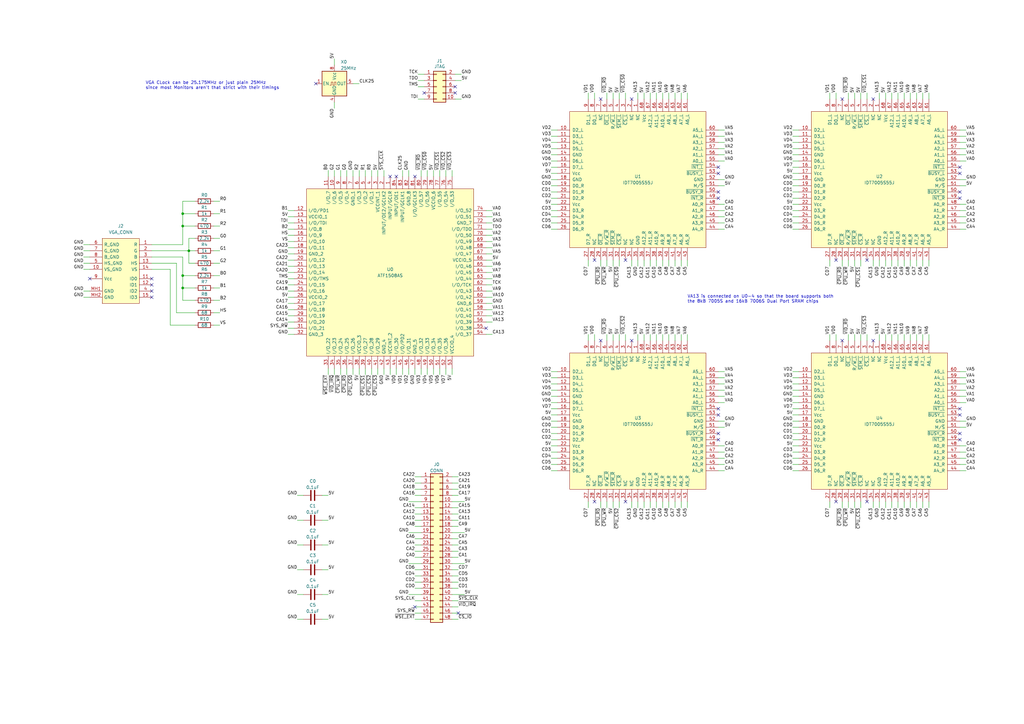
<source format=kicad_sch>
(kicad_sch (version 20211123) (generator eeschema)
  (paper "A3")
  (lib_symbols
    (symbol "Connector_Generic:Conn_02x05_Odd_Even" (pin_names (offset 1.016) hide)
      (property "Reference" "J" (at 1.27 7.62 0))
      (property "Value" "Conn_02x05_Odd_Even" (at 1.27 -7.62 0))
      (symbol "Conn_02x05_Odd_Even_1_1"
        (pin passive line (at -5.08 5.08 0) (length 3.81) (name "Pin_1") (number "1"))
        (pin passive line (at 7.62 -5.08 180) (length 3.81) (name "Pin_10") (number "10"))
        (pin passive line (at 7.62 5.08 180) (length 3.81) (name "Pin_2") (number "2"))
        (pin passive line (at -5.08 2.54 0) (length 3.81) (name "Pin_3") (number "3"))
        (pin passive line (at 7.62 2.54 180) (length 3.81) (name "Pin_4") (number "4"))
        (pin passive line (at -5.08 0 0) (length 3.81) (name "Pin_5") (number "5"))
        (pin passive line (at 7.62 0 180) (length 3.81) (name "Pin_6") (number "6"))
        (pin passive line (at -5.08 -2.54 0) (length 3.81) (name "Pin_7") (number "7"))
        (pin passive line (at 7.62 -2.54 180) (length 3.81) (name "Pin_8") (number "8"))
        (pin passive line (at -5.08 -5.08 0) (length 3.81) (name "Pin_9") (number "9"))
      )
    )
    (symbol "Connector_Generic:Conn_02x24_Odd_Even" (pin_names (offset 1.016) hide)
      (property "Reference" "J" (at 1.27 30.48 0))
      (property "Value" "Conn_02x24_Odd_Even" (at 1.27 -33.02 0))
      (symbol "Conn_02x24_Odd_Even_1_1"
        (pin passive line (at -5.08 27.94 0) (length 3.81) (name "Pin_1") (number "1"))
        (pin passive line (at 7.62 17.78 180) (length 3.81) (name "Pin_10") (number "10"))
        (pin passive line (at -5.08 15.24 0) (length 3.81) (name "Pin_11") (number "11"))
        (pin passive line (at 7.62 15.24 180) (length 3.81) (name "Pin_12") (number "12"))
        (pin passive line (at -5.08 12.7 0) (length 3.81) (name "Pin_13") (number "13"))
        (pin passive line (at 7.62 12.7 180) (length 3.81) (name "Pin_14") (number "14"))
        (pin passive line (at -5.08 10.16 0) (length 3.81) (name "Pin_15") (number "15"))
        (pin passive line (at 7.62 10.16 180) (length 3.81) (name "Pin_16") (number "16"))
        (pin passive line (at -5.08 7.62 0) (length 3.81) (name "Pin_17") (number "17"))
        (pin passive line (at 7.62 7.62 180) (length 3.81) (name "Pin_18") (number "18"))
        (pin passive line (at -5.08 5.08 0) (length 3.81) (name "Pin_19") (number "19"))
        (pin passive line (at 7.62 27.94 180) (length 3.81) (name "Pin_2") (number "2"))
        (pin passive line (at 7.62 5.08 180) (length 3.81) (name "Pin_20") (number "20"))
        (pin passive line (at -5.08 2.54 0) (length 3.81) (name "Pin_21") (number "21"))
        (pin passive line (at 7.62 2.54 180) (length 3.81) (name "Pin_22") (number "22"))
        (pin passive line (at -5.08 0 0) (length 3.81) (name "Pin_23") (number "23"))
        (pin passive line (at 7.62 0 180) (length 3.81) (name "Pin_24") (number "24"))
        (pin passive line (at -5.08 -2.54 0) (length 3.81) (name "Pin_25") (number "25"))
        (pin passive line (at 7.62 -2.54 180) (length 3.81) (name "Pin_26") (number "26"))
        (pin passive line (at -5.08 -5.08 0) (length 3.81) (name "Pin_27") (number "27"))
        (pin passive line (at 7.62 -5.08 180) (length 3.81) (name "Pin_28") (number "28"))
        (pin passive line (at -5.08 -7.62 0) (length 3.81) (name "Pin_29") (number "29"))
        (pin passive line (at -5.08 25.4 0) (length 3.81) (name "Pin_3") (number "3"))
        (pin passive line (at 7.62 -7.62 180) (length 3.81) (name "Pin_30") (number "30"))
        (pin passive line (at -5.08 -10.16 0) (length 3.81) (name "Pin_31") (number "31"))
        (pin passive line (at 7.62 -10.16 180) (length 3.81) (name "Pin_32") (number "32"))
        (pin passive line (at -5.08 -12.7 0) (length 3.81) (name "Pin_33") (number "33"))
        (pin passive line (at 7.62 -12.7 180) (length 3.81) (name "Pin_34") (number "34"))
        (pin passive line (at -5.08 -15.24 0) (length 3.81) (name "Pin_35") (number "35"))
        (pin passive line (at 7.62 -15.24 180) (length 3.81) (name "Pin_36") (number "36"))
        (pin passive line (at -5.08 -17.78 0) (length 3.81) (name "Pin_37") (number "37"))
        (pin passive line (at 7.62 -17.78 180) (length 3.81) (name "Pin_38") (number "38"))
        (pin passive line (at -5.08 -20.32 0) (length 3.81) (name "Pin_39") (number "39"))
        (pin passive line (at 7.62 25.4 180) (length 3.81) (name "Pin_4") (number "4"))
        (pin passive line (at 7.62 -20.32 180) (length 3.81) (name "Pin_40") (number "40"))
        (pin passive line (at -5.08 -22.86 0) (length 3.81) (name "Pin_41") (number "41"))
        (pin passive line (at 7.62 -22.86 180) (length 3.81) (name "Pin_42") (number "42"))
        (pin passive line (at -5.08 -25.4 0) (length 3.81) (name "Pin_43") (number "43"))
        (pin passive line (at 7.62 -25.4 180) (length 3.81) (name "Pin_44") (number "44"))
        (pin passive line (at -5.08 -27.94 0) (length 3.81) (name "Pin_45") (number "45"))
        (pin passive line (at 7.62 -27.94 180) (length 3.81) (name "Pin_46") (number "46"))
        (pin passive line (at -5.08 -30.48 0) (length 3.81) (name "Pin_47") (number "47"))
        (pin passive line (at 7.62 -30.48 180) (length 3.81) (name "Pin_48") (number "48"))
        (pin passive line (at -5.08 22.86 0) (length 3.81) (name "Pin_5") (number "5"))
        (pin passive line (at 7.62 22.86 180) (length 3.81) (name "Pin_6") (number "6"))
        (pin passive line (at -5.08 20.32 0) (length 3.81) (name "Pin_7") (number "7"))
        (pin passive line (at 7.62 20.32 180) (length 3.81) (name "Pin_8") (number "8"))
        (pin passive line (at -5.08 17.78 0) (length 3.81) (name "Pin_9") (number "9"))
      )
    )
    (symbol "Device:C" (pin_numbers hide) (pin_names (offset 0.254))
      (property "Reference" "C" (at 0.635 2.54 0))
      (property "Value" "C" (at 0.635 -2.54 0))
      (symbol "C_1_1"
        (pin passive line (at 0 3.81 270) (length 2.794) (name "~") (number "1"))
        (pin passive line (at 0 -3.81 90) (length 2.794) (name "~") (number "2"))
      )
    )
    (symbol "Device:R" (pin_numbers hide) (pin_names (offset 0))
      (property "Reference" "R" (at 2.032 0 90))
      (property "Value" "R" (at 0 0 90))
      (symbol "R_1_1"
        (pin passive line (at 0 3.81 270) (length 1.27) (name "~") (number "1"))
        (pin passive line (at 0 -3.81 90) (length 1.27) (name "~") (number "2"))
      )
    )
    (symbol "Oscillator:CXO_DIP8" (pin_names (offset 0.254))
      (property "Reference" "X" (at -5.08 6.35 0))
      (property "Value" "CXO_DIP8" (at 1.27 -6.35 0))
      (symbol "CXO_DIP8_1_1"
        (pin input line (at -7.62 0 0) (length 2.54) (name "EN") (number "1"))
        (pin power_in line (at 0 -7.62 90) (length 2.54) (name "GND") (number "4"))
        (pin output line (at 7.62 0 180) (length 2.54) (name "OUT") (number "5"))
        (pin power_in line (at 0 7.62 270) (length 2.54) (name "Vcc") (number "8"))
      )
    )
    (symbol "SamacSys_Parts:ATF1508AS" (pin_names (offset 0.762))
      (property "Reference" "U" (at 0 54.61 0))
      (property "Value" "ATF1508AS" (at 0 52.07 0))
      (symbol "ATF1508AS_0_0"
        (pin passive line (at 0 39.37 270) (length 5.08) (name "INPUT/GCLR") (number "1"))
        (pin passive line (at -22.86 39.37 270) (length 5.08) (name "I/O_6") (number "10"))
        (pin passive line (at -25.4 39.37 270) (length 5.08) (name "I/O_7") (number "11"))
        (pin passive line (at -39.37 25.4 0) (length 5.08) (name "I/O/PD1") (number "12"))
        (pin passive line (at -39.37 22.86 0) (length 5.08) (name "VCCIO_1") (number "13"))
        (pin passive line (at -39.37 20.32 0) (length 5.08) (name "I/O/TDI") (number "14"))
        (pin passive line (at -39.37 17.78 0) (length 5.08) (name "I/O_8") (number "15"))
        (pin passive line (at -39.37 15.24 0) (length 5.08) (name "I/O_9") (number "16"))
        (pin passive line (at -39.37 12.7 0) (length 5.08) (name "I/O_10") (number "17"))
        (pin passive line (at -39.37 10.16 0) (length 5.08) (name "I/O_11") (number "18"))
        (pin passive line (at -39.37 7.62 0) (length 5.08) (name "GND_2") (number "19"))
        (pin passive line (at -2.54 39.37 270) (length 5.08) (name "INPUT/OE2/GCLK2") (number "2"))
        (pin passive line (at -39.37 5.08 0) (length 5.08) (name "I/O_12") (number "20"))
        (pin passive line (at -39.37 2.54 0) (length 5.08) (name "I/O_13") (number "21"))
        (pin passive line (at -39.37 0 0) (length 5.08) (name "I/O_14") (number "22"))
        (pin passive line (at -39.37 -2.54 0) (length 5.08) (name "I/O/TMS") (number "23"))
        (pin passive line (at -39.37 -5.08 0) (length 5.08) (name "I/O_15") (number "24"))
        (pin passive line (at -39.37 -7.62 0) (length 5.08) (name "I/O_16") (number "25"))
        (pin passive line (at -39.37 -10.16 0) (length 5.08) (name "VCCIO_2") (number "26"))
        (pin passive line (at -39.37 -12.7 0) (length 5.08) (name "I/O_17") (number "27"))
        (pin passive line (at -39.37 -15.24 0) (length 5.08) (name "I/O_18") (number "28"))
        (pin passive line (at -39.37 -17.78 0) (length 5.08) (name "I/O_19") (number "29"))
        (pin passive line (at -5.08 39.37 270) (length 5.08) (name "VCCINT_1") (number "3"))
        (pin passive line (at -39.37 -20.32 0) (length 5.08) (name "I/O_20") (number "30"))
        (pin passive line (at -39.37 -22.86 0) (length 5.08) (name "I/O_21") (number "31"))
        (pin passive line (at -39.37 -25.4 0) (length 5.08) (name "GND_3") (number "32"))
        (pin passive line (at -25.4 -39.37 90) (length 5.08) (name "I/O_22") (number "33"))
        (pin passive line (at -22.86 -39.37 90) (length 5.08) (name "I/O_23") (number "34"))
        (pin passive line (at -20.32 -39.37 90) (length 5.08) (name "I/O_24") (number "35"))
        (pin passive line (at -17.78 -39.37 90) (length 5.08) (name "I/O_25") (number "36"))
        (pin passive line (at -15.24 -39.37 90) (length 5.08) (name "I/O_26") (number "37"))
        (pin passive line (at -12.7 -39.37 90) (length 5.08) (name "VCCIO_3") (number "38"))
        (pin passive line (at -10.16 -39.37 90) (length 5.08) (name "I/O_27") (number "39"))
        (pin passive line (at -7.62 39.37 270) (length 5.08) (name "I/O_1") (number "4"))
        (pin passive line (at -7.62 -39.37 90) (length 5.08) (name "I/O_28") (number "40"))
        (pin passive line (at -5.08 -39.37 90) (length 5.08) (name "I/O_29") (number "41"))
        (pin passive line (at -2.54 -39.37 90) (length 5.08) (name "GND_4") (number "42"))
        (pin passive line (at 0 -39.37 90) (length 5.08) (name "VCCINT_2") (number "43"))
        (pin passive line (at 2.54 -39.37 90) (length 5.08) (name "I/O_30") (number "44"))
        (pin passive line (at 5.08 -39.37 90) (length 5.08) (name "I/O/PD2") (number "45"))
        (pin passive line (at 7.62 -39.37 90) (length 5.08) (name "I/O_31") (number "46"))
        (pin passive line (at 10.16 -39.37 90) (length 5.08) (name "GND_5") (number "47"))
        (pin passive line (at 12.7 -39.37 90) (length 5.08) (name "I/O_32") (number "48"))
        (pin passive line (at 15.24 -39.37 90) (length 5.08) (name "I/O_33") (number "49"))
        (pin passive line (at -10.16 39.37 270) (length 5.08) (name "I/O_2") (number "5"))
        (pin passive line (at 17.78 -39.37 90) (length 5.08) (name "I/O_34") (number "50"))
        (pin passive line (at 20.32 -39.37 90) (length 5.08) (name "I/O_35") (number "51"))
        (pin passive line (at 22.86 -39.37 90) (length 5.08) (name "I/O_36") (number "52"))
        (pin passive line (at 25.4 -39.37 90) (length 5.08) (name "VCCIO_4") (number "53"))
        (pin passive line (at 39.37 -25.4 180) (length 5.08) (name "I/O_37") (number "54"))
        (pin passive line (at 39.37 -22.86 180) (length 5.08) (name "I/O_38") (number "55"))
        (pin passive line (at 39.37 -20.32 180) (length 5.08) (name "I/O_39") (number "56"))
        (pin passive line (at 39.37 -17.78 180) (length 5.08) (name "I/O_40") (number "57"))
        (pin passive line (at 39.37 -15.24 180) (length 5.08) (name "I/O_41") (number "58"))
        (pin passive line (at 39.37 -12.7 180) (length 5.08) (name "GND_6") (number "59"))
        (pin passive line (at -12.7 39.37 270) (length 5.08) (name "I/O_3") (number "6"))
        (pin passive line (at 39.37 -10.16 180) (length 5.08) (name "I/O_42") (number "60"))
        (pin passive line (at 39.37 -7.62 180) (length 5.08) (name "I/O_43") (number "61"))
        (pin passive line (at 39.37 -5.08 180) (length 5.08) (name "I/O/TCK") (number "62"))
        (pin passive line (at 39.37 -2.54 180) (length 5.08) (name "I/O_44") (number "63"))
        (pin passive line (at 39.37 0 180) (length 5.08) (name "I/O_45") (number "64"))
        (pin passive line (at 39.37 2.54 180) (length 5.08) (name "I/O_46") (number "65"))
        (pin passive line (at 39.37 5.08 180) (length 5.08) (name "VCCIO_5") (number "66"))
        (pin passive line (at 39.37 7.62 180) (length 5.08) (name "I/O_47") (number "67"))
        (pin passive line (at 39.37 10.16 180) (length 5.08) (name "I/O_48") (number "68"))
        (pin passive line (at 39.37 12.7 180) (length 5.08) (name "I/O_49") (number "69"))
        (pin passive line (at -15.24 39.37 270) (length 5.08) (name "GND_1") (number "7"))
        (pin passive line (at 39.37 15.24 180) (length 5.08) (name "I/O_50") (number "70"))
        (pin passive line (at 39.37 17.78 180) (length 5.08) (name "I/O/TDO") (number "71"))
        (pin passive line (at 39.37 20.32 180) (length 5.08) (name "GND_7") (number "72"))
        (pin passive line (at 39.37 22.86 180) (length 5.08) (name "I/O_51") (number "73"))
        (pin passive line (at 39.37 25.4 180) (length 5.08) (name "I/O_52") (number "74"))
        (pin passive line (at 25.4 39.37 270) (length 5.08) (name "I/O_53") (number "75"))
        (pin passive line (at 22.86 39.37 270) (length 5.08) (name "I/O_54") (number "76"))
        (pin passive line (at 20.32 39.37 270) (length 5.08) (name "I/O_55") (number "77"))
        (pin passive line (at 17.78 39.37 270) (length 5.08) (name "VCCIO_6") (number "78"))
        (pin passive line (at 15.24 39.37 270) (length 5.08) (name "I/O_56") (number "79"))
        (pin passive line (at -17.78 39.37 270) (length 5.08) (name "I/O_4") (number "8"))
        (pin passive line (at 12.7 39.37 270) (length 5.08) (name "I/O_57") (number "80"))
        (pin passive line (at 10.16 39.37 270) (length 5.08) (name "I/O/GCLK3") (number "81"))
        (pin passive line (at 7.62 39.37 270) (length 5.08) (name "GND_8") (number "82"))
        (pin passive line (at 5.08 39.37 270) (length 5.08) (name "INPUT/GCLK1") (number "83"))
        (pin passive line (at 2.54 39.37 270) (length 5.08) (name "INPUT/OE1") (number "84"))
        (pin passive line (at -20.32 39.37 270) (length 5.08) (name "I/O_5") (number "9"))
      )
    )
    (symbol "SamacSys_Parts:IDT7005S55J" (pin_names (offset 1.016))
      (property "Reference" "U" (at 0 49.53 0))
      (property "Value" "IDT7005S55J" (at 0 46.99 0))
      (symbol "IDT7005S55J_1_1"
        (pin passive line (at 0 33.02 270) (length 5.08) (name "NC") (number "1"))
        (pin passive line (at -33.02 20.32 0) (length 5.08) (name "D2_L") (number "10"))
        (pin passive line (at -33.02 17.78 0) (length 5.08) (name "D3_L") (number "11"))
        (pin passive line (at -33.02 15.24 0) (length 5.08) (name "D4_L") (number "12"))
        (pin passive line (at -33.02 12.7 0) (length 5.08) (name "D5_L") (number "13"))
        (pin passive line (at -33.02 10.16 0) (length 5.08) (name "GND") (number "14"))
        (pin passive line (at -33.02 7.62 0) (length 5.08) (name "D6_L") (number "15"))
        (pin passive line (at -33.02 5.08 0) (length 5.08) (name "D7_L") (number "16"))
        (pin passive line (at -33.02 2.54 0) (length 5.08) (name "Vcc") (number "17"))
        (pin passive line (at -33.02 0 0) (length 5.08) (name "GND") (number "18"))
        (pin passive line (at -33.02 -2.54 0) (length 5.08) (name "D0_R") (number "19"))
        (pin passive line (at -2.54 33.02 270) (length 5.08) (name "NC") (number "2"))
        (pin passive line (at -33.02 -5.08 0) (length 5.08) (name "D1_R") (number "20"))
        (pin passive line (at -33.02 -7.62 0) (length 5.08) (name "D2_R") (number "21"))
        (pin passive line (at -33.02 -10.16 0) (length 5.08) (name "Vcc") (number "22"))
        (pin passive line (at -33.02 -12.7 0) (length 5.08) (name "D3_R") (number "23"))
        (pin passive line (at -33.02 -15.24 0) (length 5.08) (name "D4_R") (number "24"))
        (pin passive line (at -33.02 -17.78 0) (length 5.08) (name "D5_R") (number "25"))
        (pin passive line (at -33.02 -20.32 0) (length 5.08) (name "D6_R") (number "26"))
        (pin passive line (at -20.32 -33.02 90) (length 5.08) (name "D7_R") (number "27"))
        (pin passive line (at -17.78 -33.02 90) (length 5.08) (name "NC") (number "28"))
        (pin passive line (at -15.24 -33.02 90) (length 5.08) (name "~{OE_R}") (number "29"))
        (pin passive line (at -5.08 33.02 270) (length 5.08) (name "~{CS_L}") (number "3"))
        (pin passive line (at -12.7 -33.02 90) (length 5.08) (name "R/~{W_R}") (number "30"))
        (pin passive line (at -10.16 -33.02 90) (length 5.08) (name "~{SEM_R}") (number "31"))
        (pin passive line (at -7.62 -33.02 90) (length 5.08) (name "~{CS_R}") (number "32"))
        (pin passive line (at -5.08 -33.02 90) (length 5.08) (name "NC") (number "33"))
        (pin passive line (at -2.54 -33.02 90) (length 5.08) (name "NC") (number "34"))
        (pin passive line (at 0 -33.02 90) (length 5.08) (name "GND") (number "35"))
        (pin passive line (at 2.54 -33.02 90) (length 5.08) (name "A12_R") (number "36"))
        (pin passive line (at 5.08 -33.02 90) (length 5.08) (name "A11_R") (number "37"))
        (pin passive line (at 7.62 -33.02 90) (length 5.08) (name "A10_R") (number "38"))
        (pin passive line (at 10.16 -33.02 90) (length 5.08) (name "A9_R") (number "39"))
        (pin passive line (at -7.62 33.02 270) (length 5.08) (name "~{SEM_L}") (number "4"))
        (pin passive line (at 12.7 -33.02 90) (length 5.08) (name "A8_R") (number "40"))
        (pin passive line (at 15.24 -33.02 90) (length 5.08) (name "A7_R") (number "41"))
        (pin passive line (at 17.78 -33.02 90) (length 5.08) (name "A6_R") (number "42"))
        (pin passive line (at 20.32 -33.02 90) (length 5.08) (name "A5_R") (number "43"))
        (pin passive line (at 33.02 -20.32 180) (length 5.08) (name "A4_R") (number "44"))
        (pin passive line (at 33.02 -17.78 180) (length 5.08) (name "A3_R") (number "45"))
        (pin passive line (at 33.02 -15.24 180) (length 5.08) (name "A2_R") (number "46"))
        (pin passive line (at 33.02 -12.7 180) (length 5.08) (name "A1_R") (number "47"))
        (pin passive line (at 33.02 -10.16 180) (length 5.08) (name "A0_R") (number "48"))
        (pin passive line (at 33.02 -7.62 180) (length 5.08) (name "~{INT_R}") (number "49"))
        (pin passive line (at -10.16 33.02 270) (length 5.08) (name "R/~{W_L}") (number "5"))
        (pin passive line (at 33.02 -5.08 180) (length 5.08) (name "~{BUSY_R}") (number "50"))
        (pin passive line (at 33.02 -2.54 180) (length 5.08) (name "M/~{S}") (number "51"))
        (pin passive line (at 33.02 0 180) (length 5.08) (name "GND") (number "52"))
        (pin passive line (at 33.02 2.54 180) (length 5.08) (name "~{BUSY_L}") (number "53"))
        (pin passive line (at 33.02 5.08 180) (length 5.08) (name "~{INT_L}") (number "54"))
        (pin passive line (at 33.02 7.62 180) (length 5.08) (name "A0_L") (number "55"))
        (pin passive line (at 33.02 10.16 180) (length 5.08) (name "A1_L") (number "56"))
        (pin passive line (at 33.02 12.7 180) (length 5.08) (name "A2_L") (number "57"))
        (pin passive line (at 33.02 15.24 180) (length 5.08) (name "A3_L") (number "58"))
        (pin passive line (at 33.02 17.78 180) (length 5.08) (name "A4_L") (number "59"))
        (pin passive line (at -12.7 33.02 270) (length 5.08) (name "~{OE_L}") (number "6"))
        (pin passive line (at 33.02 20.32 180) (length 5.08) (name "A5_L") (number "60"))
        (pin passive line (at 20.32 33.02 270) (length 5.08) (name "A6_L") (number "61"))
        (pin passive line (at 17.78 33.02 270) (length 5.08) (name "A7_L") (number "62"))
        (pin passive line (at 15.24 33.02 270) (length 5.08) (name "A8_L") (number "63"))
        (pin passive line (at 12.7 33.02 270) (length 5.08) (name "A9_L") (number "64"))
        (pin passive line (at 10.16 33.02 270) (length 5.08) (name "A10_L") (number "65"))
        (pin passive line (at 7.62 33.02 270) (length 5.08) (name "A11_L") (number "66"))
        (pin passive line (at 5.08 33.02 270) (length 5.08) (name "A12_L") (number "67"))
        (pin passive line (at 2.54 33.02 270) (length 5.08) (name "Vcc") (number "68"))
        (pin passive line (at -15.24 33.02 270) (length 5.08) (name "NC") (number "7"))
        (pin passive line (at -17.78 33.02 270) (length 5.08) (name "D0_L") (number "8"))
        (pin passive line (at -20.32 33.02 270) (length 5.08) (name "D1_L") (number "9"))
      )
    )
    (symbol "SamacSys_Parts:VGA_CONN" (pin_names (offset 0.762))
      (property "Reference" "J" (at 0 38.1 0))
      (property "Value" "VGA_CONN" (at 0 35.56 0))
      (symbol "VGA_CONN_0_0"
        (pin passive line (at -12.7 10.16 0) (length 5.08) (name "R") (number "1"))
        (pin passive line (at 12.7 0 180) (length 5.08) (name "VS_GND") (number "10"))
        (pin passive line (at -12.7 -3.81 0) (length 5.08) (name "ID0") (number "11"))
        (pin passive line (at -12.7 -6.35 0) (length 5.08) (name "ID1") (number "12"))
        (pin passive line (at -12.7 2.54 0) (length 5.08) (name "HS") (number "13"))
        (pin passive line (at -12.7 0 0) (length 5.08) (name "VS") (number "14"))
        (pin passive line (at -12.7 -11.43 0) (length 5.08) (name "ID3") (number "15"))
        (pin passive line (at -12.7 7.62 0) (length 5.08) (name "G") (number "2"))
        (pin passive line (at -12.7 5.08 0) (length 5.08) (name "B") (number "3"))
        (pin passive line (at -12.7 -8.89 0) (length 5.08) (name "ID2") (number "4"))
        (pin passive line (at 12.7 2.54 180) (length 5.08) (name "HS_GND") (number "5"))
        (pin passive line (at 12.7 10.16 180) (length 5.08) (name "R_GND") (number "6"))
        (pin passive line (at 12.7 7.62 180) (length 5.08) (name "G_GND") (number "7"))
        (pin passive line (at 12.7 5.08 180) (length 5.08) (name "B_GND") (number "8"))
        (pin passive line (at 12.7 -3.81 180) (length 5.08) (name "Vcc") (number "9"))
        (pin passive line (at 12.7 -8.89 180) (length 5.08) (name "GND") (number "MH1"))
        (pin passive line (at 12.7 -11.43 180) (length 5.08) (name "GND") (number "MH2"))
      )
    )
  )
  (junction (at 74.93 118.11))
  (junction (at 77.47 102.87))
  (junction (at 74.93 92.71))
  (junction (at 74.93 113.03))
  (junction (at 74.93 87.63))
  (no_connect (at 393.7 167.64))
  (no_connect (at 170.18 248.92))
  (no_connect (at 36.83 114.3))
  (no_connect (at 62.23 114.3))
  (no_connect (at 62.23 119.38))
  (no_connect (at 62.23 116.84))
  (no_connect (at 62.23 121.92))
  (no_connect (at 256.54 205.74))
  (no_connect (at 294.64 180.34))
  (no_connect (at 358.14 40.64))
  (no_connect (at 294.64 167.64))
  (no_connect (at 259.08 139.7))
  (no_connect (at 345.44 139.7))
  (no_connect (at 342.9 106.68))
  (no_connect (at 186.69 35.56))
  (no_connect (at 199.39 134.62))
  (no_connect (at 294.64 177.8))
  (no_connect (at 393.7 78.74))
  (no_connect (at 355.6 106.68))
  (no_connect (at 345.44 40.64))
  (no_connect (at 243.84 205.74))
  (no_connect (at 129.54 34.29))
  (no_connect (at 246.38 139.7))
  (no_connect (at 186.69 38.1))
  (no_connect (at 393.7 71.12))
  (no_connect (at 256.54 106.68))
  (no_connect (at 259.08 40.64))
  (no_connect (at 342.9 205.74))
  (no_connect (at 355.6 205.74))
  (no_connect (at 393.7 81.28))
  (no_connect (at 187.96 251.46))
  (no_connect (at 358.14 139.7))
  (no_connect (at 160.02 72.39))
  (no_connect (at 162.56 72.39))
  (no_connect (at 393.7 170.18))
  (no_connect (at 294.64 170.18))
  (no_connect (at 393.7 180.34))
  (no_connect (at 393.7 68.58))
  (no_connect (at 170.18 72.39))
  (no_connect (at 243.84 106.68))
  (no_connect (at 246.38 40.64))
  (no_connect (at 294.64 71.12))
  (no_connect (at 294.64 68.58))
  (no_connect (at 294.64 78.74))
  (no_connect (at 294.64 81.28))
  (no_connect (at 173.99 38.1))
  (no_connect (at 393.7 177.8))
  (wire (pts (xy 327.66 154.94) (xy 325.12 154.94)))
  (wire (pts (xy 144.78 72.39) (xy 144.78 69.85)))
  (wire (pts (xy 187.96 241.3) (xy 185.42 241.3)))
  (wire (pts (xy 228.6 81.28) (xy 226.06 81.28)))
  (wire (pts (xy 172.72 236.22) (xy 170.18 236.22)))
  (wire (pts (xy 228.6 157.48) (xy 226.06 157.48)))
  (wire (pts (xy 327.66 162.56) (xy 325.12 162.56)))
  (wire (pts (xy 228.6 58.42) (xy 226.06 58.42)))
  (wire (pts (xy 393.7 66.04) (xy 396.24 66.04)))
  (wire (pts (xy 259.08 205.74) (xy 259.08 208.28)))
  (wire (pts (xy 172.72 220.98) (xy 170.18 220.98)))
  (wire (pts (xy 187.96 238.76) (xy 185.42 238.76)))
  (wire (pts (xy 228.6 68.58) (xy 226.06 68.58)))
  (wire (pts (xy 87.63 113.03) (xy 90.17 113.03)))
  (wire (pts (xy 172.72 203.2) (xy 170.18 203.2)))
  (wire (pts (xy 327.66 60.96) (xy 325.12 60.96)))
  (wire (pts (xy 248.92 106.68) (xy 248.92 109.22)))
  (wire (pts (xy 264.16 40.64) (xy 264.16 38.1)))
  (wire (pts (xy 118.11 101.6) (xy 120.65 101.6)))
  (wire (pts (xy 182.88 72.39) (xy 182.88 69.85)))
  (wire (pts (xy 393.7 193.04) (xy 396.24 193.04)))
  (wire (pts (xy 187.96 215.9) (xy 185.42 215.9)))
  (wire (pts (xy 294.64 160.02) (xy 297.18 160.02)))
  (wire (pts (xy 228.6 177.8) (xy 226.06 177.8)))
  (wire (pts (xy 180.34 151.13) (xy 180.34 153.67)))
  (wire (pts (xy 360.68 205.74) (xy 360.68 208.28)))
  (wire (pts (xy 199.39 106.68) (xy 201.93 106.68)))
  (wire (pts (xy 36.83 102.87) (xy 34.29 102.87)))
  (wire (pts (xy 172.72 72.39) (xy 172.72 69.85)))
  (wire (pts (xy 294.64 185.42) (xy 297.18 185.42)))
  (wire (pts (xy 327.66 66.04) (xy 325.12 66.04)))
  (wire (pts (xy 276.86 139.7) (xy 276.86 137.16)))
  (wire (pts (xy 118.11 116.84) (xy 120.65 116.84)))
  (wire (pts (xy 62.23 105.41) (xy 74.93 105.41)))
  (wire (pts (xy 87.63 97.79) (xy 90.17 97.79)))
  (wire (pts (xy 160.02 151.13) (xy 160.02 153.67)))
  (wire (pts (xy 228.6 193.04) (xy 226.06 193.04)))
  (wire (pts (xy 124.46 203.2) (xy 121.92 203.2)))
  (wire (pts (xy 246.38 106.68) (xy 246.38 109.22)))
  (wire (pts (xy 327.66 86.36) (xy 325.12 86.36)))
  (wire (pts (xy 327.66 190.5) (xy 325.12 190.5)))
  (wire (pts (xy 393.7 91.44) (xy 396.24 91.44)))
  (wire (pts (xy 124.46 213.36) (xy 121.92 213.36)))
  (wire (pts (xy 87.63 102.87) (xy 90.17 102.87)))
  (wire (pts (xy 393.7 60.96) (xy 396.24 60.96)))
  (wire (pts (xy 327.66 182.88) (xy 325.12 182.88)))
  (wire (pts (xy 327.66 93.98) (xy 325.12 93.98)))
  (wire (pts (xy 271.78 139.7) (xy 271.78 137.16)))
  (wire (pts (xy 132.08 254) (xy 134.62 254)))
  (wire (pts (xy 294.64 91.44) (xy 297.18 91.44)))
  (wire (pts (xy 375.92 40.64) (xy 375.92 38.1)))
  (wire (pts (xy 228.6 88.9) (xy 226.06 88.9)))
  (wire (pts (xy 199.39 111.76) (xy 201.93 111.76)))
  (wire (pts (xy 327.66 83.82) (xy 325.12 83.82)))
  (wire (pts (xy 139.7 151.13) (xy 139.7 153.67)))
  (wire (pts (xy 199.39 101.6) (xy 201.93 101.6)))
  (wire (pts (xy 167.64 151.13) (xy 167.64 153.67)))
  (wire (pts (xy 327.66 76.2) (xy 325.12 76.2)))
  (wire (pts (xy 370.84 205.74) (xy 370.84 208.28)))
  (wire (pts (xy 281.94 139.7) (xy 281.94 137.16)))
  (wire (pts (xy 199.39 137.16) (xy 201.93 137.16)))
  (wire (pts (xy 170.18 151.13) (xy 170.18 153.67)))
  (wire (pts (xy 393.7 172.72) (xy 396.24 172.72)))
  (wire (pts (xy 157.48 151.13) (xy 157.48 153.67)))
  (wire (pts (xy 327.66 63.5) (xy 325.12 63.5)))
  (wire (pts (xy 199.39 132.08) (xy 201.93 132.08)))
  (wire (pts (xy 373.38 205.74) (xy 373.38 208.28)))
  (wire (pts (xy 80.01 107.95) (xy 77.47 107.95)))
  (wire (pts (xy 80.01 133.35) (xy 69.85 133.35)))
  (wire (pts (xy 360.68 40.64) (xy 360.68 38.1)))
  (wire (pts (xy 276.86 205.74) (xy 276.86 208.28)))
  (wire (pts (xy 74.93 87.63) (xy 80.01 87.63)))
  (wire (pts (xy 342.9 139.7) (xy 342.9 137.16)))
  (wire (pts (xy 187.96 200.66) (xy 185.42 200.66)))
  (wire (pts (xy 279.4 139.7) (xy 279.4 137.16)))
  (wire (pts (xy 228.6 78.74) (xy 226.06 78.74)))
  (wire (pts (xy 172.72 218.44) (xy 167.64 218.44)))
  (wire (pts (xy 120.65 91.44) (xy 118.11 91.44)))
  (wire (pts (xy 294.64 187.96) (xy 297.18 187.96)))
  (wire (pts (xy 187.96 236.22) (xy 185.42 236.22)))
  (wire (pts (xy 72.39 128.27) (xy 72.39 107.95)))
  (wire (pts (xy 172.72 195.58) (xy 170.18 195.58)))
  (wire (pts (xy 350.52 139.7) (xy 350.52 137.16)))
  (wire (pts (xy 154.94 72.39) (xy 154.94 69.85)))
  (wire (pts (xy 228.6 182.88) (xy 226.06 182.88)))
  (wire (pts (xy 327.66 167.64) (xy 325.12 167.64)))
  (wire (pts (xy 327.66 170.18) (xy 325.12 170.18)))
  (wire (pts (xy 294.64 165.1) (xy 297.18 165.1)))
  (wire (pts (xy 228.6 66.04) (xy 226.06 66.04)))
  (wire (pts (xy 80.01 123.19) (xy 74.93 123.19)))
  (wire (pts (xy 171.45 33.02) (xy 173.99 33.02)))
  (wire (pts (xy 294.64 73.66) (xy 297.18 73.66)))
  (wire (pts (xy 363.22 205.74) (xy 363.22 208.28)))
  (wire (pts (xy 368.3 106.68) (xy 368.3 109.22)))
  (wire (pts (xy 228.6 86.36) (xy 226.06 86.36)))
  (wire (pts (xy 381 205.74) (xy 381 208.28)))
  (wire (pts (xy 248.92 40.64) (xy 248.92 38.1)))
  (wire (pts (xy 228.6 60.96) (xy 226.06 60.96)))
  (wire (pts (xy 393.7 154.94) (xy 396.24 154.94)))
  (wire (pts (xy 172.72 238.76) (xy 170.18 238.76)))
  (wire (pts (xy 74.93 92.71) (xy 80.01 92.71)))
  (wire (pts (xy 393.7 88.9) (xy 396.24 88.9)))
  (wire (pts (xy 294.64 63.5) (xy 297.18 63.5)))
  (wire (pts (xy 269.24 40.64) (xy 269.24 38.1)))
  (wire (pts (xy 199.39 124.46) (xy 201.93 124.46)))
  (wire (pts (xy 274.32 205.74) (xy 274.32 208.28)))
  (wire (pts (xy 172.72 248.92) (xy 170.18 248.92)))
  (wire (pts (xy 167.64 72.39) (xy 167.64 69.85)))
  (wire (pts (xy 375.92 106.68) (xy 375.92 109.22)))
  (wire (pts (xy 199.39 86.36) (xy 201.93 86.36)))
  (wire (pts (xy 74.93 113.03) (xy 80.01 113.03)))
  (wire (pts (xy 264.16 106.68) (xy 264.16 109.22)))
  (wire (pts (xy 137.16 151.13) (xy 137.16 153.67)))
  (wire (pts (xy 199.39 88.9) (xy 201.93 88.9)))
  (wire (pts (xy 294.64 162.56) (xy 297.18 162.56)))
  (wire (pts (xy 378.46 40.64) (xy 378.46 38.1)))
  (wire (pts (xy 266.7 205.74) (xy 266.7 208.28)))
  (wire (pts (xy 124.46 233.68) (xy 121.92 233.68)))
  (wire (pts (xy 294.64 55.88) (xy 297.18 55.88)))
  (wire (pts (xy 355.6 139.7) (xy 355.6 137.16)))
  (wire (pts (xy 368.3 139.7) (xy 368.3 137.16)))
  (wire (pts (xy 365.76 205.74) (xy 365.76 208.28)))
  (wire (pts (xy 347.98 205.74) (xy 347.98 208.28)))
  (wire (pts (xy 137.16 26.67) (xy 137.16 24.13)))
  (wire (pts (xy 281.94 40.64) (xy 281.94 38.1)))
  (wire (pts (xy 350.52 205.74) (xy 350.52 208.28)))
  (wire (pts (xy 120.65 129.54) (xy 118.11 129.54)))
  (wire (pts (xy 149.86 151.13) (xy 149.86 153.67)))
  (wire (pts (xy 87.63 128.27) (xy 90.17 128.27)))
  (wire (pts (xy 199.39 129.54) (xy 201.93 129.54)))
  (wire (pts (xy 199.39 91.44) (xy 201.93 91.44)))
  (wire (pts (xy 124.46 223.52) (xy 121.92 223.52)))
  (wire (pts (xy 172.72 205.74) (xy 167.64 205.74)))
  (wire (pts (xy 172.72 223.52) (xy 170.18 223.52)))
  (wire (pts (xy 228.6 190.5) (xy 226.06 190.5)))
  (wire (pts (xy 147.32 72.39) (xy 147.32 69.85)))
  (wire (pts (xy 365.76 139.7) (xy 365.76 137.16)))
  (wire (pts (xy 185.42 72.39) (xy 185.42 69.85)))
  (wire (pts (xy 228.6 73.66) (xy 226.06 73.66)))
  (wire (pts (xy 80.01 128.27) (xy 72.39 128.27)))
  (wire (pts (xy 172.72 210.82) (xy 170.18 210.82)))
  (wire (pts (xy 370.84 106.68) (xy 370.84 109.22)))
  (wire (pts (xy 294.64 83.82) (xy 297.18 83.82)))
  (wire (pts (xy 327.66 160.02) (xy 325.12 160.02)))
  (wire (pts (xy 74.93 92.71) (xy 74.93 100.33)))
  (wire (pts (xy 327.66 172.72) (xy 325.12 172.72)))
  (wire (pts (xy 80.01 102.87) (xy 77.47 102.87)))
  (wire (pts (xy 294.64 182.88) (xy 297.18 182.88)))
  (wire (pts (xy 120.65 121.92) (xy 118.11 121.92)))
  (wire (pts (xy 294.64 93.98) (xy 297.18 93.98)))
  (wire (pts (xy 228.6 185.42) (xy 226.06 185.42)))
  (wire (pts (xy 393.7 76.2) (xy 396.24 76.2)))
  (wire (pts (xy 185.42 231.14) (xy 190.5 231.14)))
  (wire (pts (xy 228.6 93.98) (xy 226.06 93.98)))
  (wire (pts (xy 327.66 157.48) (xy 325.12 157.48)))
  (wire (pts (xy 281.94 106.68) (xy 281.94 109.22)))
  (wire (pts (xy 393.7 55.88) (xy 396.24 55.88)))
  (wire (pts (xy 373.38 139.7) (xy 373.38 137.16)))
  (wire (pts (xy 142.24 151.13) (xy 142.24 153.67)))
  (wire (pts (xy 393.7 152.4) (xy 396.24 152.4)))
  (wire (pts (xy 266.7 106.68) (xy 266.7 109.22)))
  (wire (pts (xy 228.6 76.2) (xy 226.06 76.2)))
  (wire (pts (xy 228.6 154.94) (xy 226.06 154.94)))
  (wire (pts (xy 120.65 104.14) (xy 118.11 104.14)))
  (wire (pts (xy 393.7 83.82) (xy 396.24 83.82)))
  (wire (pts (xy 171.45 40.64) (xy 173.99 40.64)))
  (wire (pts (xy 199.39 99.06) (xy 201.93 99.06)))
  (wire (pts (xy 393.7 53.34) (xy 396.24 53.34)))
  (wire (pts (xy 375.92 139.7) (xy 375.92 137.16)))
  (wire (pts (xy 327.66 187.96) (xy 325.12 187.96)))
  (wire (pts (xy 327.66 88.9) (xy 325.12 88.9)))
  (wire (pts (xy 177.8 151.13) (xy 177.8 153.67)))
  (wire (pts (xy 172.72 251.46) (xy 170.18 251.46)))
  (wire (pts (xy 350.52 106.68) (xy 350.52 109.22)))
  (wire (pts (xy 185.42 251.46) (xy 187.96 251.46)))
  (wire (pts (xy 294.64 152.4) (xy 297.18 152.4)))
  (wire (pts (xy 87.63 133.35) (xy 90.17 133.35)))
  (wire (pts (xy 177.8 72.39) (xy 177.8 69.85)))
  (wire (pts (xy 259.08 106.68) (xy 259.08 109.22)))
  (wire (pts (xy 294.64 175.26) (xy 297.18 175.26)))
  (wire (pts (xy 186.69 30.48) (xy 189.23 30.48)))
  (wire (pts (xy 199.39 96.52) (xy 201.93 96.52)))
  (wire (pts (xy 294.64 58.42) (xy 297.18 58.42)))
  (wire (pts (xy 185.42 246.38) (xy 187.96 246.38)))
  (wire (pts (xy 381 139.7) (xy 381 137.16)))
  (wire (pts (xy 77.47 97.79) (xy 77.47 102.87)))
  (wire (pts (xy 368.3 40.64) (xy 368.3 38.1)))
  (wire (pts (xy 393.7 73.66) (xy 396.24 73.66)))
  (wire (pts (xy 172.72 254) (xy 170.18 254)))
  (wire (pts (xy 254 139.7) (xy 254 137.16)))
  (wire (pts (xy 350.52 40.64) (xy 350.52 38.1)))
  (wire (pts (xy 378.46 106.68) (xy 378.46 109.22)))
  (wire (pts (xy 381 106.68) (xy 381 109.22)))
  (wire (pts (xy 172.72 243.84) (xy 167.64 243.84)))
  (wire (pts (xy 199.39 119.38) (xy 201.93 119.38)))
  (wire (pts (xy 254 40.64) (xy 254 38.1)))
  (wire (pts (xy 186.69 33.02) (xy 189.23 33.02)))
  (wire (pts (xy 256.54 40.64) (xy 256.54 38.1)))
  (wire (pts (xy 228.6 167.64) (xy 226.06 167.64)))
  (wire (pts (xy 248.92 205.74) (xy 248.92 208.28)))
  (wire (pts (xy 393.7 157.48) (xy 396.24 157.48)))
  (wire (pts (xy 120.65 96.52) (xy 118.11 96.52)))
  (wire (pts (xy 269.24 139.7) (xy 269.24 137.16)))
  (wire (pts (xy 228.6 162.56) (xy 226.06 162.56)))
  (wire (pts (xy 87.63 107.95) (xy 90.17 107.95)))
  (wire (pts (xy 228.6 180.34) (xy 226.06 180.34)))
  (wire (pts (xy 74.93 87.63) (xy 74.93 92.71)))
  (wire (pts (xy 251.46 139.7) (xy 251.46 137.16)))
  (wire (pts (xy 228.6 91.44) (xy 226.06 91.44)))
  (wire (pts (xy 355.6 40.64) (xy 355.6 38.1)))
  (wire (pts (xy 172.72 231.14) (xy 167.64 231.14)))
  (wire (pts (xy 228.6 55.88) (xy 226.06 55.88)))
  (wire (pts (xy 180.34 72.39) (xy 180.34 69.85)))
  (wire (pts (xy 172.72 151.13) (xy 172.72 153.67)))
  (wire (pts (xy 172.72 228.6) (xy 170.18 228.6)))
  (wire (pts (xy 134.62 72.39) (xy 134.62 69.85)))
  (wire (pts (xy 269.24 106.68) (xy 269.24 109.22)))
  (wire (pts (xy 294.64 154.94) (xy 297.18 154.94)))
  (wire (pts (xy 269.24 205.74) (xy 269.24 208.28)))
  (wire (pts (xy 347.98 40.64) (xy 347.98 38.1)))
  (wire (pts (xy 393.7 187.96) (xy 396.24 187.96)))
  (wire (pts (xy 294.64 157.48) (xy 297.18 157.48)))
  (wire (pts (xy 137.16 72.39) (xy 137.16 69.85)))
  (wire (pts (xy 261.62 106.68) (xy 261.62 109.22)))
  (wire (pts (xy 74.93 113.03) (xy 74.93 118.11)))
  (wire (pts (xy 182.88 151.13) (xy 182.88 153.67)))
  (wire (pts (xy 228.6 83.82) (xy 226.06 83.82)))
  (wire (pts (xy 172.72 246.38) (xy 170.18 246.38)))
  (wire (pts (xy 294.64 88.9) (xy 297.18 88.9)))
  (wire (pts (xy 144.78 151.13) (xy 144.78 153.67)))
  (wire (pts (xy 228.6 160.02) (xy 226.06 160.02)))
  (wire (pts (xy 172.72 226.06) (xy 170.18 226.06)))
  (wire (pts (xy 345.44 205.74) (xy 345.44 208.28)))
  (wire (pts (xy 327.66 175.26) (xy 325.12 175.26)))
  (wire (pts (xy 243.84 40.64) (xy 243.84 38.1)))
  (wire (pts (xy 199.39 104.14) (xy 201.93 104.14)))
  (wire (pts (xy 186.69 40.64) (xy 189.23 40.64)))
  (wire (pts (xy 171.45 35.56) (xy 173.99 35.56)))
  (wire (pts (xy 393.7 182.88) (xy 396.24 182.88)))
  (wire (pts (xy 365.76 40.64) (xy 365.76 38.1)))
  (wire (pts (xy 74.93 100.33) (xy 62.23 100.33)))
  (wire (pts (xy 172.72 215.9) (xy 170.18 215.9)))
  (wire (pts (xy 124.46 243.84) (xy 121.92 243.84)))
  (wire (pts (xy 294.64 53.34) (xy 297.18 53.34)))
  (wire (pts (xy 254 205.74) (xy 254 208.28)))
  (wire (pts (xy 36.83 121.92) (xy 34.29 121.92)))
  (wire (pts (xy 124.46 254) (xy 121.92 254)))
  (wire (pts (xy 327.66 53.34) (xy 325.12 53.34)))
  (wire (pts (xy 261.62 139.7) (xy 261.62 137.16)))
  (wire (pts (xy 261.62 205.74) (xy 261.62 208.28)))
  (wire (pts (xy 74.93 82.55) (xy 74.93 87.63)))
  (wire (pts (xy 36.83 110.49) (xy 34.29 110.49)))
  (wire (pts (xy 264.16 205.74) (xy 264.16 208.28)))
  (wire (pts (xy 187.96 223.52) (xy 185.42 223.52)))
  (wire (pts (xy 370.84 40.64) (xy 370.84 38.1)))
  (wire (pts (xy 363.22 139.7) (xy 363.22 137.16)))
  (wire (pts (xy 187.96 228.6) (xy 185.42 228.6)))
  (wire (pts (xy 199.39 116.84) (xy 201.93 116.84)))
  (wire (pts (xy 36.83 100.33) (xy 34.29 100.33)))
  (wire (pts (xy 327.66 81.28) (xy 325.12 81.28)))
  (wire (pts (xy 120.65 111.76) (xy 118.11 111.76)))
  (wire (pts (xy 137.16 41.91) (xy 137.16 44.45)))
  (wire (pts (xy 393.7 162.56) (xy 396.24 162.56)))
  (wire (pts (xy 276.86 106.68) (xy 276.86 109.22)))
  (wire (pts (xy 74.93 105.41) (xy 74.93 113.03)))
  (wire (pts (xy 228.6 53.34) (xy 226.06 53.34)))
  (wire (pts (xy 365.76 106.68) (xy 365.76 109.22)))
  (wire (pts (xy 165.1 151.13) (xy 165.1 153.67)))
  (wire (pts (xy 251.46 106.68) (xy 251.46 109.22)))
  (wire (pts (xy 327.66 152.4) (xy 325.12 152.4)))
  (wire (pts (xy 393.7 93.98) (xy 396.24 93.98)))
  (wire (pts (xy 393.7 175.26) (xy 396.24 175.26)))
  (wire (pts (xy 353.06 139.7) (xy 353.06 137.16)))
  (wire (pts (xy 271.78 40.64) (xy 271.78 38.1)))
  (wire (pts (xy 120.65 114.3) (xy 118.11 114.3)))
  (wire (pts (xy 152.4 151.13) (xy 152.4 153.67)))
  (wire (pts (xy 279.4 205.74) (xy 279.4 208.28)))
  (wire (pts (xy 393.7 86.36) (xy 396.24 86.36)))
  (wire (pts (xy 294.64 172.72) (xy 297.18 172.72)))
  (wire (pts (xy 228.6 187.96) (xy 226.06 187.96)))
  (wire (pts (xy 327.66 73.66) (xy 325.12 73.66)))
  (wire (pts (xy 87.63 123.19) (xy 90.17 123.19)))
  (wire (pts (xy 172.72 200.66) (xy 170.18 200.66)))
  (wire (pts (xy 340.36 40.64) (xy 340.36 38.1)))
  (wire (pts (xy 120.65 99.06) (xy 118.11 99.06)))
  (wire (pts (xy 132.08 223.52) (xy 134.62 223.52)))
  (wire (pts (xy 340.36 106.68) (xy 340.36 109.22)))
  (wire (pts (xy 360.68 106.68) (xy 360.68 109.22)))
  (wire (pts (xy 327.66 180.34) (xy 325.12 180.34)))
  (wire (pts (xy 274.32 106.68) (xy 274.32 109.22)))
  (wire (pts (xy 342.9 40.64) (xy 342.9 38.1)))
  (wire (pts (xy 118.11 109.22) (xy 120.65 109.22)))
  (wire (pts (xy 187.96 220.98) (xy 185.42 220.98)))
  (wire (pts (xy 327.66 68.58) (xy 325.12 68.58)))
  (wire (pts (xy 261.62 40.64) (xy 261.62 38.1)))
  (wire (pts (xy 185.42 218.44) (xy 190.5 218.44)))
  (wire (pts (xy 294.64 193.04) (xy 297.18 193.04)))
  (wire (pts (xy 271.78 106.68) (xy 271.78 109.22)))
  (wire (pts (xy 187.96 226.06) (xy 185.42 226.06)))
  (wire (pts (xy 274.32 40.64) (xy 274.32 38.1)))
  (wire (pts (xy 175.26 72.39) (xy 175.26 69.85)))
  (wire (pts (xy 154.94 151.13) (xy 154.94 153.67)))
  (wire (pts (xy 185.42 254) (xy 187.96 254)))
  (wire (pts (xy 256.54 139.7) (xy 256.54 137.16)))
  (wire (pts (xy 393.7 185.42) (xy 396.24 185.42)))
  (wire (pts (xy 172.72 198.12) (xy 170.18 198.12)))
  (wire (pts (xy 120.65 88.9) (xy 118.11 88.9)))
  (wire (pts (xy 62.23 110.49) (xy 69.85 110.49)))
  (wire (pts (xy 120.65 93.98) (xy 118.11 93.98)))
  (wire (pts (xy 118.11 124.46) (xy 120.65 124.46)))
  (wire (pts (xy 132.08 233.68) (xy 134.62 233.68)))
  (wire (pts (xy 185.42 243.84) (xy 190.5 243.84)))
  (wire (pts (xy 120.65 137.16) (xy 118.11 137.16)))
  (wire (pts (xy 294.64 76.2) (xy 297.18 76.2)))
  (wire (pts (xy 172.72 213.36) (xy 170.18 213.36)))
  (wire (pts (xy 347.98 106.68) (xy 347.98 109.22)))
  (wire (pts (xy 185.42 205.74) (xy 190.5 205.74)))
  (wire (pts (xy 132.08 243.84) (xy 134.62 243.84)))
  (wire (pts (xy 152.4 72.39) (xy 152.4 69.85)))
  (wire (pts (xy 132.08 203.2) (xy 134.62 203.2)))
  (wire (pts (xy 187.96 198.12) (xy 185.42 198.12)))
  (wire (pts (xy 87.63 82.55) (xy 90.17 82.55)))
  (wire (pts (xy 199.39 114.3) (xy 201.93 114.3)))
  (wire (pts (xy 69.85 110.49) (xy 69.85 133.35)))
  (wire (pts (xy 279.4 106.68) (xy 279.4 109.22)))
  (wire (pts (xy 241.3 139.7) (xy 241.3 137.16)))
  (wire (pts (xy 353.06 40.64) (xy 353.06 38.1)))
  (wire (pts (xy 36.83 105.41) (xy 34.29 105.41)))
  (wire (pts (xy 327.66 55.88) (xy 325.12 55.88)))
  (wire (pts (xy 241.3 106.68) (xy 241.3 109.22)))
  (wire (pts (xy 370.84 139.7) (xy 370.84 137.16)))
  (wire (pts (xy 199.39 121.92) (xy 201.93 121.92)))
  (wire (pts (xy 340.36 139.7) (xy 340.36 137.16)))
  (wire (pts (xy 172.72 208.28) (xy 170.18 208.28)))
  (wire (pts (xy 120.65 86.36) (xy 118.11 86.36)))
  (wire (pts (xy 251.46 205.74) (xy 251.46 208.28)))
  (wire (pts (xy 228.6 71.12) (xy 226.06 71.12)))
  (wire (pts (xy 327.66 165.1) (xy 325.12 165.1)))
  (wire (pts (xy 228.6 63.5) (xy 226.06 63.5)))
  (wire (pts (xy 251.46 40.64) (xy 251.46 38.1)))
  (wire (pts (xy 378.46 205.74) (xy 378.46 208.28)))
  (wire (pts (xy 147.32 151.13) (xy 147.32 153.67)))
  (wire (pts (xy 120.65 127) (xy 118.11 127)))
  (wire (pts (xy 294.64 60.96) (xy 297.18 60.96)))
  (wire (pts (xy 241.3 205.74) (xy 241.3 208.28)))
  (wire (pts (xy 134.62 151.13) (xy 134.62 153.67)))
  (wire (pts (xy 264.16 139.7) (xy 264.16 137.16)))
  (wire (pts (xy 228.6 175.26) (xy 226.06 175.26)))
  (wire (pts (xy 327.66 185.42) (xy 325.12 185.42)))
  (wire (pts (xy 279.4 40.64) (xy 279.4 38.1)))
  (wire (pts (xy 327.66 58.42) (xy 325.12 58.42)))
  (wire (pts (xy 266.7 139.7) (xy 266.7 137.16)))
  (wire (pts (xy 363.22 40.64) (xy 363.22 38.1)))
  (wire (pts (xy 87.63 92.71) (xy 90.17 92.71)))
  (wire (pts (xy 358.14 205.74) (xy 358.14 208.28)))
  (wire (pts (xy 327.66 177.8) (xy 325.12 177.8)))
  (wire (pts (xy 327.66 91.44) (xy 325.12 91.44)))
  (wire (pts (xy 375.92 205.74) (xy 375.92 208.28)))
  (wire (pts (xy 281.94 205.74) (xy 281.94 208.28)))
  (wire (pts (xy 171.45 30.48) (xy 173.99 30.48)))
  (wire (pts (xy 80.01 118.11) (xy 74.93 118.11)))
  (wire (pts (xy 199.39 127) (xy 201.93 127)))
  (wire (pts (xy 72.39 107.95) (xy 62.23 107.95)))
  (wire (pts (xy 228.6 172.72) (xy 226.06 172.72)))
  (wire (pts (xy 327.66 193.04) (xy 325.12 193.04)))
  (wire (pts (xy 162.56 151.13) (xy 162.56 153.67)))
  (wire (pts (xy 294.64 86.36) (xy 297.18 86.36)))
  (wire (pts (xy 228.6 165.1) (xy 226.06 165.1)))
  (wire (pts (xy 74.93 118.11) (xy 74.93 123.19)))
  (wire (pts (xy 381 40.64) (xy 381 38.1)))
  (wire (pts (xy 36.83 119.38) (xy 34.29 119.38)))
  (wire (pts (xy 294.64 190.5) (xy 297.18 190.5)))
  (wire (pts (xy 243.84 139.7) (xy 243.84 137.16)))
  (wire (pts (xy 248.92 139.7) (xy 248.92 137.16)))
  (wire (pts (xy 175.26 151.13) (xy 175.26 153.67)))
  (wire (pts (xy 378.46 139.7) (xy 378.46 137.16)))
  (wire (pts (xy 139.7 72.39) (xy 139.7 69.85)))
  (wire (pts (xy 77.47 97.79) (xy 80.01 97.79)))
  (wire (pts (xy 74.93 82.55) (xy 80.01 82.55)))
  (wire (pts (xy 345.44 106.68) (xy 345.44 109.22)))
  (wire (pts (xy 147.32 34.29) (xy 144.78 34.29)))
  (wire (pts (xy 187.96 210.82) (xy 185.42 210.82)))
  (wire (pts (xy 187.96 233.68) (xy 185.42 233.68)))
  (wire (pts (xy 393.7 190.5) (xy 396.24 190.5)))
  (wire (pts (xy 172.72 241.3) (xy 170.18 241.3)))
  (wire (pts (xy 276.86 40.64) (xy 276.86 38.1)))
  (wire (pts (xy 353.06 205.74) (xy 353.06 208.28)))
  (wire (pts (xy 149.86 72.39) (xy 149.86 69.85)))
  (wire (pts (xy 120.65 106.68) (xy 118.11 106.68)))
  (wire (pts (xy 353.06 106.68) (xy 353.06 109.22)))
  (wire (pts (xy 340.36 205.74) (xy 340.36 208.28)))
  (wire (pts (xy 373.38 40.64) (xy 373.38 38.1)))
  (wire (pts (xy 393.7 160.02) (xy 396.24 160.02)))
  (wire (pts (xy 165.1 72.39) (xy 165.1 69.85)))
  (wire (pts (xy 271.78 205.74) (xy 271.78 208.28)))
  (wire (pts (xy 187.96 203.2) (xy 185.42 203.2)))
  (wire (pts (xy 373.38 106.68) (xy 373.38 109.22)))
  (wire (pts (xy 360.68 139.7) (xy 360.68 137.16)))
  (wire (pts (xy 187.96 213.36) (xy 185.42 213.36)))
  (wire (pts (xy 120.65 134.62) (xy 118.11 134.62)))
  (wire (pts (xy 187.96 195.58) (xy 185.42 195.58)))
  (wire (pts (xy 347.98 139.7) (xy 347.98 137.16)))
  (wire (pts (xy 77.47 107.95) (xy 77.47 102.87)))
  (wire (pts (xy 120.65 119.38) (xy 118.11 119.38)))
  (wire (pts (xy 185.42 151.13) (xy 185.42 153.67)))
  (wire (pts (xy 228.6 170.18) (xy 226.06 170.18)))
  (wire (pts (xy 393.7 165.1) (xy 396.24 165.1)))
  (wire (pts (xy 120.65 132.08) (xy 118.11 132.08)))
  (wire (pts (xy 199.39 109.22) (xy 201.93 109.22)))
  (wire (pts (xy 36.83 107.95) (xy 34.29 107.95)))
  (wire (pts (xy 241.3 40.64) (xy 241.3 38.1)))
  (wire (pts (xy 368.3 205.74) (xy 368.3 208.28)))
  (wire (pts (xy 327.66 71.12) (xy 325.12 71.12)))
  (wire (pts (xy 363.22 106.68) (xy 363.22 109.22)))
  (wire (pts (xy 254 106.68) (xy 254 109.22)))
  (wire (pts (xy 228.6 152.4) (xy 226.06 152.4)))
  (wire (pts (xy 266.7 40.64) (xy 266.7 38.1)))
  (wire (pts (xy 246.38 205.74) (xy 246.38 208.28)))
  (wire (pts (xy 172.72 233.68) (xy 170.18 233.68)))
  (wire (pts (xy 327.66 78.74) (xy 325.12 78.74)))
  (wire (pts (xy 87.63 87.63) (xy 90.17 87.63)))
  (wire (pts (xy 87.63 118.11) (xy 90.17 118.11)))
  (wire (pts (xy 142.24 72.39) (xy 142.24 69.85)))
  (wire (pts (xy 358.14 106.68) (xy 358.14 109.22)))
  (wire (pts (xy 393.7 63.5) (xy 396.24 63.5)))
  (wire (pts (xy 62.23 102.87) (xy 77.47 102.87)))
  (wire (pts (xy 274.32 139.7) (xy 274.32 137.16)))
  (wire (pts (xy 294.64 66.04) (xy 297.18 66.04)))
  (wire (pts (xy 185.42 248.92) (xy 187.96 248.92)))
  (wire (pts (xy 393.7 58.42) (xy 396.24 58.42)))
  (wire (pts (xy 157.48 72.39) (xy 157.48 69.85)))
  (wire (pts (xy 187.96 208.28) (xy 185.42 208.28)))
  (wire (pts (xy 132.08 213.36) (xy 134.62 213.36)))
  (wire (pts (xy 199.39 93.98) (xy 201.93 93.98)))
  (text "VGA CLock can be 25.175MHz or just plain 25MHz\nsince most Monitors aren't that strict with their timings" (at 59.69 36.83 0) (effects (font (size 1.27 1.27)) (justify left bottom)))
  (text "VA13 is connected on U0-4 so that the board supports both\nthe 8kB 7005S and 16kB 7006S Dual Port SRAM chips" (at 281.94 124.46 0) (effects (font (size 1.27 1.27)) (justify left bottom)))
  (label "G1" (at 90.17 102.87 0))
  (label "CD5" (at 226.06 190.5 180))
  (label "5V" (at 264.16 38.1 90))
  (label "VD1" (at 165.1 153.67 270))
  (label "5V" (at 160.02 153.67 270))
  (label "GND" (at 34.29 102.87 180))
  (label "VA4" (at 297.18 55.88 0))
  (label "VA11" (at 269.24 137.16 90))
  (label "CA6" (at 279.4 109.22 270))
  (label "~{VID_CS3}" (at 185.42 69.85 90))
  (label "CA13" (at 259.08 109.22 270))
  (label "CA10" (at 368.3 208.28 270))
  (label "GND" (at 360.68 208.28 270))
  (label "VA10" (at 201.93 121.92 0))
  (label "CA12" (at 264.16 109.22 270))
  (label "CA9" (at 271.78 109.22 270))
  (label "TMS" (at 118.11 114.3 180))
  (label "CA23" (at 118.11 101.6 180))
  (label "GND" (at 34.29 107.95 180))
  (label "GND" (at 167.64 243.84 180))
  (label "CD3" (at 325.12 185.42 180))
  (label "VD7" (at 325.12 68.58 180))
  (label "VA3" (at 297.18 58.42 0))
  (label "CA4" (at 297.18 193.04 0))
  (label "GND" (at 201.93 124.46 0))
  (label "VD3" (at 226.06 55.88 180))
  (label "CA14" (at 170.18 208.28 180))
  (label "GND" (at 325.12 73.66 180))
  (label "CA16" (at 170.18 203.2 180))
  (label "R2" (at 90.17 92.71 0))
  (label "CA1" (at 297.18 185.42 0))
  (label "5V" (at 134.62 203.2 0))
  (label "~{VID_RD}" (at 248.92 137.16 90))
  (label "GND" (at 325.12 172.72 180))
  (label "CD4" (at 226.06 88.9 180))
  (label "VA7" (at 378.46 137.16 90))
  (label "~{VID_CS1}" (at 180.34 69.85 90))
  (label "~{CPU_CS2}" (at 254 208.28 270))
  (label "VD0" (at 243.84 137.16 90))
  (label "CA10" (at 269.24 109.22 270))
  (label "CA13" (at 259.08 208.28 270))
  (label "VA0" (at 297.18 165.1 0))
  (label "~{CPU_WR}" (at 347.98 109.22 270))
  (label "GND" (at 396.24 172.72 0))
  (label "~{VID_RD}" (at 248.92 38.1 90))
  (label "CA1" (at 396.24 86.36 0))
  (label "CA3" (at 187.96 226.06 0))
  (label "VA2" (at 396.24 160.02 0))
  (label "CA1" (at 187.96 228.6 0))
  (label "CA12" (at 264.16 208.28 270))
  (label "5V" (at 297.18 76.2 0))
  (label "GND" (at 226.06 63.5 180))
  (label "VA10" (at 370.84 38.1 90))
  (label "5V" (at 325.12 182.88 180))
  (label "CLK25" (at 147.32 34.29 0))
  (label "GND" (at 396.24 73.66 0))
  (label "CD6" (at 226.06 93.98 180))
  (label "CD1" (at 226.06 78.74 180))
  (label "CA18" (at 118.11 119.38 180))
  (label "5V" (at 190.5 231.14 0))
  (label "5V" (at 396.24 175.26 0))
  (label "~{VID_CS0}" (at 256.54 38.1 90))
  (label "B1" (at 118.11 86.36 180))
  (label "5V" (at 226.06 170.18 180))
  (label "GND" (at 297.18 172.72 0))
  (label "VA11" (at 368.3 137.16 90))
  (label "CA7" (at 276.86 208.28 270))
  (label "GND" (at 226.06 73.66 180))
  (label "5V" (at 251.46 137.16 90))
  (label "CD7" (at 241.3 208.28 270))
  (label "VD2" (at 167.64 153.67 270))
  (label "GND" (at 360.68 109.22 270))
  (label "VA3" (at 396.24 157.48 0))
  (label "CD6" (at 325.12 93.98 180))
  (label "VA13" (at 360.68 137.16 90))
  (label "CD7" (at 187.96 233.68 0))
  (label "VA9" (at 373.38 38.1 90))
  (label "CD0" (at 325.12 76.2 180))
  (label "TCK" (at 171.45 30.48 180))
  (label "CA8" (at 274.32 109.22 270))
  (label "5V" (at 353.06 38.1 90))
  (label "CD7" (at 340.36 109.22 270))
  (label "B1" (at 90.17 118.11 0))
  (label "GND" (at 325.12 162.56 180))
  (label "CA1" (at 297.18 86.36 0))
  (label "CA11" (at 187.96 213.36 0))
  (label "CD5" (at 187.96 236.22 0))
  (label "CA11" (at 365.76 109.22 270))
  (label "VA8" (at 375.92 38.1 90))
  (label "VD2" (at 226.06 53.34 180))
  (label "CD0" (at 226.06 175.26 180))
  (label "TDO" (at 201.93 93.98 0))
  (label "CA3" (at 396.24 91.44 0))
  (label "R1" (at 149.86 69.85 90))
  (label "VA12" (at 266.7 137.16 90))
  (label "VD4" (at 175.26 153.67 270))
  (label "5V" (at 297.18 175.26 0))
  (label "CD2" (at 226.06 180.34 180))
  (label "CA13" (at 358.14 109.22 270))
  (label "VA0" (at 201.93 86.36 0))
  (label "VD4" (at 325.12 58.42 180))
  (label "CA15" (at 118.11 129.54 180))
  (label "CA7" (at 375.92 208.28 270))
  (label "5V" (at 190.5 218.44 0))
  (label "VA1" (at 201.93 88.9 0))
  (label "GND" (at 34.29 100.33 180))
  (label "~{VID_CS1}" (at 355.6 38.1 90))
  (label "VA12" (at 266.7 38.1 90))
  (label "GND" (at 170.18 153.67 270))
  (label "CA22" (at 118.11 106.68 180))
  (label "VA9" (at 274.32 137.16 90))
  (label "VD0" (at 342.9 38.1 90))
  (label "VA3" (at 396.24 58.42 0))
  (label "CD7" (at 340.36 208.28 270))
  (label "VD5" (at 325.12 60.96 180))
  (label "CD0" (at 325.12 175.26 180))
  (label "GND" (at 167.64 205.74 180))
  (label "VA10" (at 370.84 137.16 90))
  (label "~{CPU_RD}" (at 142.24 153.67 270))
  (label "VD7" (at 226.06 167.64 180))
  (label "CA8" (at 170.18 215.9 180))
  (label "VA6" (at 381 137.16 90))
  (label "GND" (at 189.23 40.64 0))
  (label "VA7" (at 279.4 137.16 90))
  (label "CA0" (at 297.18 182.88 0))
  (label "~{SYS_CLK}" (at 157.48 69.85 90))
  (label "GND" (at 34.29 105.41 180))
  (label "VA1" (at 396.24 63.5 0))
  (label "CA12" (at 170.18 210.82 180))
  (label "5V" (at 118.11 88.9 180))
  (label "VD3" (at 325.12 55.88 180))
  (label "SYS_CLK" (at 170.18 246.38 180))
  (label "VA6" (at 281.94 38.1 90))
  (label "CA1" (at 396.24 185.42 0))
  (label "TDI" (at 171.45 40.64 180))
  (label "5V" (at 226.06 83.82 180))
  (label "VA8" (at 276.86 38.1 90))
  (label "TMS" (at 171.45 35.56 180))
  (label "VD6" (at 325.12 66.04 180))
  (label "GND" (at 226.06 162.56 180))
  (label "5V" (at 134.62 233.68 0))
  (label "5V" (at 134.62 213.36 0))
  (label "CD0" (at 226.06 76.2 180))
  (label "VD3" (at 172.72 153.67 270))
  (label "CD5" (at 325.12 91.44 180))
  (label "CA18" (at 170.18 200.66 180))
  (label "VA2" (at 297.18 160.02 0))
  (label "CA16" (at 118.11 127 180))
  (label "5V" (at 137.16 24.13 90))
  (label "G2" (at 90.17 107.95 0))
  (label "CA7" (at 187.96 220.98 0))
  (label "VA4" (at 201.93 101.6 0))
  (label "CA10" (at 170.18 213.36 180))
  (label "GND" (at 167.64 218.44 180))
  (label "CD7" (at 241.3 109.22 270))
  (label "VA6" (at 201.93 109.22 0))
  (label "GND" (at 121.92 233.68 180))
  (label "CA10" (at 368.3 109.22 270))
  (label "CD2" (at 325.12 81.28 180))
  (label "CA5" (at 381 208.28 270))
  (label "~{CPU_CS3}" (at 353.06 208.28 270))
  (label "~{VID_IRQ}" (at 137.16 153.67 270))
  (label "VD5" (at 226.06 160.02 180))
  (label "CA4" (at 396.24 93.98 0))
  (label "GND" (at 157.48 153.67 270))
  (label "CD5" (at 226.06 91.44 180))
  (label "GND" (at 297.18 73.66 0))
  (label "5V" (at 325.12 83.82 180))
  (label "CA9" (at 271.78 208.28 270))
  (label "5V" (at 353.06 137.16 90))
  (label "~{CPU_CS0}" (at 144.78 153.67 270))
  (label "CA21" (at 187.96 198.12 0))
  (label "5V" (at 350.52 208.28 270))
  (label "5V" (at 254 137.16 90))
  (label "CA2" (at 396.24 187.96 0))
  (label "TDI" (at 118.11 91.44 180))
  (label "VA9" (at 201.93 119.38 0))
  (label "5V" (at 264.16 137.16 90))
  (label "5V" (at 363.22 137.16 90))
  (label "VD7" (at 325.12 167.64 180))
  (label "VS" (at 90.17 133.35 0))
  (label "G1" (at 139.7 69.85 90))
  (label "5V" (at 134.62 254 0))
  (label "5V" (at 363.22 38.1 90))
  (label "CA11" (at 365.76 208.28 270))
  (label "VA7" (at 201.93 111.76 0))
  (label "~{CPU_WR}" (at 139.7 153.67 270))
  (label "CD1" (at 226.06 177.8 180))
  (label "GND" (at 167.64 231.14 180))
  (label "CA3" (at 297.18 91.44 0))
  (label "VA4" (at 297.18 154.94 0))
  (label "~{VID_CS2}" (at 182.88 69.85 90))
  (label "VA0" (at 297.18 66.04 0))
  (label "CA4" (at 396.24 193.04 0))
  (label "~{VID_RD}" (at 347.98 137.16 90))
  (label "CD4" (at 325.12 187.96 180))
  (label "VA7" (at 279.4 38.1 90))
  (label "CA23" (at 187.96 195.58 0))
  (label "~{CPU_RD}" (at 246.38 208.28 270))
  (label "GND" (at 34.29 110.49 180))
  (label "CA17" (at 118.11 124.46 180))
  (label "5V" (at 254 38.1 90))
  (label "5V" (at 396.24 76.2 0))
  (label "CD4" (at 170.18 236.22 180))
  (label "VA13" (at 261.62 137.16 90))
  (label "5V" (at 190.5 243.84 0))
  (label "CA11" (at 266.7 208.28 270))
  (label "CA6" (at 170.18 220.98 180))
  (label "CA13" (at 201.93 137.16 0))
  (label "VA6" (at 281.94 137.16 90))
  (label "CA0" (at 297.18 83.82 0))
  (label "~{WSE_EXT}" (at 170.18 254 180))
  (label "B0" (at 134.62 69.85 90))
  (label "VA8" (at 201.93 114.3 0))
  (label "CA8" (at 373.38 109.22 270))
  (label "CA20" (at 118.11 111.76 180))
  (label "CD3" (at 187.96 238.76 0))
  (label "GND" (at 325.12 63.5 180))
  (label "CA2" (at 396.24 88.9 0))
  (label "GND" (at 121.92 203.2 180))
  (label "CA0" (at 170.18 228.6 180))
  (label "VD1" (at 340.36 137.16 90))
  (label "GND" (at 121.92 243.84 180))
  (label "VD3" (at 226.06 154.94 180))
  (label "CD6" (at 170.18 233.68 180))
  (label "5V" (at 189.23 33.02 0))
  (label "CD3" (at 226.06 86.36 180))
  (label "R0" (at 152.4 69.85 90))
  (label "VA2" (at 396.24 60.96 0))
  (label "GND" (at 34.29 121.92 180))
  (label "VD2" (at 226.06 152.4 180))
  (label "~{CPU_RD}" (at 345.44 208.28 270))
  (label "5V" (at 118.11 121.92 180))
  (label "VA1" (at 396.24 162.56 0))
  (label "VA0" (at 396.24 66.04 0))
  (label "CD4" (at 325.12 88.9 180))
  (label "CA19" (at 187.96 200.66 0))
  (label "VA8" (at 375.92 137.16 90))
  (label "VD3" (at 325.12 154.94 180))
  (label "GND" (at 137.16 44.45 270))
  (label "CA21" (at 118.11 109.22 180))
  (label "~{CPU_RD}" (at 246.38 109.22 270))
  (label "CA17" (at 187.96 203.2 0))
  (label "VA9" (at 274.32 38.1 90))
  (label "VA3" (at 201.93 99.06 0))
  (label "~{CPU_CS0}" (at 254 109.22 270))
  (label "CA3" (at 396.24 190.5 0))
  (label "5V" (at 190.5 205.74 0))
  (label "~{VID_RD}" (at 172.72 69.85 90))
  (label "VA4" (at 396.24 154.94 0))
  (label "CA2" (at 170.18 226.06 180))
  (label "VA12" (at 365.76 38.1 90))
  (label "HS" (at 118.11 96.52 180))
  (label "CA5" (at 187.96 223.52 0))
  (label "CD4" (at 226.06 187.96 180))
  (label "VA11" (at 201.93 127 0))
  (label "CD5" (at 325.12 190.5 180))
  (label "VA2" (at 201.93 96.52 0))
  (label "CA12" (at 363.22 109.22 270))
  (label "~{CPU_WR}" (at 347.98 208.28 270))
  (label "5V" (at 134.62 223.52 0))
  (label "~{VID_CS0}" (at 175.26 69.85 90))
  (label "CA9" (at 187.96 215.9 0))
  (label "GND" (at 261.62 208.28 270))
  (label "VD5" (at 325.12 160.02 180))
  (label "~{WSE_EXT}" (at 134.62 153.67 270))
  (label "CD1" (at 325.12 78.74 180))
  (label "VA5" (at 396.24 53.34 0))
  (label "5V" (at 350.52 38.1 90))
  (label "VD1" (at 340.36 38.1 90))
  (label "CD2" (at 226.06 81.28 180))
  (label "GND" (at 201.93 91.44 0))
  (label "CA14" (at 118.11 132.08 180))
  (label "CA4" (at 297.18 93.98 0))
  (label "CA5" (at 281.94 109.22 270))
  (label "VD6" (at 325.12 165.1 180))
  (label "~{CPU_CS3}" (at 154.94 153.67 270))
  (label "~{CPU_CS1}" (at 353.06 109.22 270))
  (label "VD1" (at 241.3 137.16 90))
  (label "G0" (at 142.24 69.85 90))
  (label "VD1" (at 241.3 38.1 90))
  (label "VA9" (at 373.38 137.16 90))
  (label "5V" (at 251.46 208.28 270))
  (label "B2" (at 118.11 93.98 180))
  (label "CA4" (at 170.18 223.52 180))
  (label "CA10" (at 269.24 208.28 270))
  (label "B0" (at 90.17 113.03 0))
  (label "5V" (at 251.46 38.1 90))
  (label "GND" (at 189.23 30.48 0))
  (label "VA13" (at 360.68 38.1 90))
  (label "~{CPU_WR}" (at 248.92 109.22 270))
  (label "G2" (at 137.16 69.85 90))
  (label "CD1" (at 187.96 241.3 0))
  (label "CD0" (at 170.18 241.3 180))
  (label "5V" (at 226.06 71.12 180))
  (label "VA3" (at 297.18 157.48 0))
  (label "VA5" (at 396.24 152.4 0))
  (label "CA0" (at 396.24 83.82 0))
  (label "VA13" (at 261.62 38.1 90))
  (label "VD6" (at 180.34 153.67 270))
  (label "VA6" (at 381 38.1 90))
  (label "CA9" (at 370.84 109.22 270))
  (label "VA1" (at 297.18 63.5 0))
  (label "~{CPU_CS1}" (at 149.86 153.67 270))
  (label "CD6" (at 325.12 193.04 180))
  (label "CD3" (at 325.12 86.36 180))
  (label "CA19" (at 118.11 116.84 180))
  (label "R2" (at 147.32 69.85 90))
  (label "VA5" (at 297.18 152.4 0))
  (label "VA12" (at 201.93 129.54 0))
  (label "5V" (at 350.52 109.22 270))
  (label "5V" (at 147.32 153.67 270))
  (label "5V" (at 134.62 243.84 0))
  (label "R1" (at 90.17 87.63 0))
  (label "5V" (at 350.52 137.16 90))
  (label "VD4" (at 226.06 58.42 180))
  (label "CD6" (at 226.06 193.04 180))
  (label "VD2" (at 325.12 53.34 180))
  (label "CA6" (at 279.4 208.28 270))
  (label "VA10" (at 271.78 38.1 90))
  (label "CLK25" (at 165.1 69.85 90))
  (label "CA8" (at 274.32 208.28 270))
  (label "GND" (at 167.64 69.85 90))
  (label "VA13" (at 201.93 132.08 0))
  (label "VA0" (at 396.24 165.1 0))
  (label "CA12" (at 363.22 208.28 270))
  (label "GND" (at 118.11 104.14 180))
  (label "VA11" (at 269.24 38.1 90))
  (label "CD2" (at 170.18 238.76 180))
  (label "VA11" (at 368.3 38.1 90))
  (label "~{CS_IO}" (at 187.96 254 0))
  (label "CA2" (at 297.18 88.9 0))
  (label "~{CPU_WR}" (at 248.92 208.28 270))
  (label "CD2" (at 325.12 180.34 180))
  (label "VD0" (at 162.56 153.67 270))
  (label "GND" (at 118.11 137.16 180))
  (label "CA5" (at 381 109.22 270))
  (label "~{VID_CS3}" (at 355.6 137.16 90))
  (label "VA7" (at 378.46 38.1 90))
  (label "VA12" (at 365.76 137.16 90))
  (label "CA11" (at 266.7 109.22 270))
  (label "VA1" (at 297.18 162.56 0))
  (label "CA3" (at 297.18 190.5 0))
  (label "5V" (at 251.46 109.22 270))
  (label "CA7" (at 375.92 109.22 270))
  (label "GND" (at 121.92 223.52 180))
  (label "VD7" (at 182.88 153.67 270))
  (label "VD0" (at 342.9 137.16 90))
  (label "CA8" (at 373.38 208.28 270))
  (label "5V" (at 177.8 69.85 90))
  (label "R0" (at 90.17 82.55 0))
  (label "VA4" (at 396.24 55.88 0))
  (label "~{VID_IRQ}" (at 187.96 248.92 0))
  (label "~{CPU_CS2}" (at 152.4 153.67 270))
  (label "GND" (at 34.29 119.38 180))
  (label "GND" (at 144.78 69.85 90))
  (label "CA6" (at 378.46 109.22 270))
  (label "CA13" (at 187.96 210.82 0))
  (label "B2" (at 90.17 123.19 0))
  (label "SYS_R~{W}" (at 170.18 251.46 180))
  (label "5V" (at 154.94 69.85 90))
  (label "GND" (at 226.06 172.72 180))
  (label "VD5" (at 177.8 153.67 270))
  (label "5V" (at 201.93 106.68 0))
  (label "CA2" (at 297.18 187.96 0))
  (label "GND" (at 121.92 254 180))
  (label "VD6" (at 226.06 165.1 180))
  (label "VD4" (at 226.06 157.48 180))
  (label "~{CPU_RD}" (at 345.44 109.22 270))
  (label "CD1" (at 325.12 177.8 180))
  (label "SYS_R~{W}" (at 118.11 134.62 180))
  (label "~{VID_RD}" (at 347.98 38.1 90))
  (label "CA6" (at 378.46 208.28 270))
  (label "VS" (at 118.11 99.06 180))
  (label "CD3" (at 226.06 185.42 180))
  (label "VD0" (at 243.84 38.1 90))
  (label "5V" (at 325.12 71.12 180))
  (label "VA2" (at 297.18 60.96 0))
  (label "CA0" (at 396.24 182.88 0))
  (label "VA5" (at 201.93 104.14 0))
  (label "VA5" (at 297.18 53.34 0))
  (label "~{VID_CS2}" (at 256.54 137.16 90))
  (label "TCK" (at 201.93 116.84 0))
  (label "VA10" (at 271.78 137.16 90))
  (label "HS" (at 90.17 128.27 0))
  (label "VD2" (at 325.12 152.4 180))
  (label "~{SYS_CLK}" (at 187.96 246.38 0))
  (label "CA7" (at 276.86 109.22 270))
  (label "VD4" (at 325.12 157.48 180))
  (label "CA13" (at 358.14 208.28 270))
  (label "GND" (at 261.62 109.22 270))
  (label "CA15" (at 187.96 208.28 0))
  (label "TDO" (at 171.45 33.02 180))
  (label "5V" (at 226.06 182.88 180))
  (label "VD7" (at 226.06 68.58 180))
  (label "5V" (at 185.42 153.67 270))
  (label "VA8" (at 276.86 137.16 90))
  (label "VD5" (at 226.06 60.96 180))
  (label "CA9" (at 370.84 208.28 270))
  (label "GND" (at 121.92 213.36 180))
  (label "CA5" (at 281.94 208.28 270))
  (label "CA22" (at 170.18 195.58 180))
  (label "5V" (at 325.12 170.18 180))
  (label "CA20" (at 170.18 198.12 180))
  (label "VD6" (at 226.06 66.04 180))
  (label "G0" (at 90.17 97.79 0))
  (symbol (lib_id "Device:R") (at 83.82 92.71 90) (mirror x) (unit 1)
    (property "Reference" "R2" (at 83.82 90.17 90))
    (property "Value" "470" (at 83.82 92.71 90))
    (property "Footprint" "Resistor_THT:R_Axial_DIN0207_L6.3mm_D2.5mm_P2.54mm_Vertical" (effects hide))
  )
  (symbol (lib_id "Device:R") (at 83.82 118.11 90) (mirror x) (unit 1)
    (property "Reference" "R7" (at 83.82 115.57 90))
    (property "Value" "1k" (at 83.82 118.11 90))
    (property "Footprint" "Resistor_THT:R_Axial_DIN0207_L6.3mm_D2.5mm_P2.54mm_Vertical" (effects hide))
  )
  (symbol (lib_id "SamacSys_Parts:ATF1508AS") (at 160.02 111.76 0) (unit 1)
    (property "Reference" "U0" (at 160.02 110.49 0))
    (property "Value" "ATF1508AS" (at 160.02 113.03 0))
    (property "Footprint" "Package_LCC:PLCC-84_THT-Socket" (effects hide))
    (property "Datasheet" "http://ww1.microchip.com/downloads/en/DeviceDoc/doc0784.pdf" (effects hide))
  )
  (symbol (lib_id "SamacSys_Parts:IDT7005S55J") (at 261.62 73.66 0) (unit 1)
    (property "Reference" "U1" (at 261.62 72.39 0))
    (property "Value" "IDT7005S55J" (at 261.62 74.93 0))
    (property "Footprint" "Package_LCC:PLCC-68_THT-Socket" (effects hide))
    (property "Datasheet" "NONE" (effects hide))
  )
  (symbol (lib_id "Device:C") (at 128.27 203.2 90) (unit 1)
    (property "Reference" "C0" (at 128.27 197.3412 90))
    (property "Value" "0.1uF" (at 128.27 199.8781 90))
    (property "Footprint" "Capacitor_THT:C_Disc_D4.3mm_W1.9mm_P5.00mm" (effects hide))
  )
  (symbol (lib_id "Device:R") (at 83.82 123.19 90) (mirror x) (unit 1)
    (property "Reference" "R8" (at 83.82 120.65 90))
    (property "Value" "470" (at 83.82 123.19 90))
    (property "Footprint" "Resistor_THT:R_Axial_DIN0207_L6.3mm_D2.5mm_P2.54mm_Vertical" (effects hide))
  )
  (symbol (lib_id "Connector_Generic:Conn_02x24_Odd_Even") (at 177.8 223.52 0) (unit 1)
    (property "Reference" "J0" (at 179.07 190.5 0))
    (property "Value" "CONN" (at 179.07 193.04 0))
    (property "Footprint" "SamacSys_Parts:CARD_EDGE" (effects hide))
  )
  (symbol (lib_id "SamacSys_Parts:IDT7005S55J") (at 360.68 73.66 0) (unit 1)
    (property "Reference" "U2" (at 360.68 72.39 0))
    (property "Value" "IDT7005S55J" (at 360.68 74.93 0))
    (property "Footprint" "Package_LCC:PLCC-68_THT-Socket" (effects hide))
    (property "Datasheet" "NONE" (effects hide))
  )
  (symbol (lib_id "SamacSys_Parts:VGA_CONN") (at 49.53 110.49 0) (mirror y) (unit 1)
    (property "Reference" "J2" (at 49.53 92.71 0))
    (property "Value" "VGA_CONN" (at 49.53 95.25 0))
    (property "Footprint" "SamacSys_Parts:VGA_CONN" (effects hide))
    (property "Description" "D-Sub High Density Connectors 15P" (effects hide))
    (property "Height" "12.5" (effects hide))
    (property "Mouser Part Number" "156-3315-E" (effects hide))
    (property "Mouser Price/Stock" "https://www.mouser.co.uk/ProductDetail/Kobiconn/156-3315-E?qs=RC2ne4458IJMP%252Bd8Z1f5lQ%3D%3D" (effects hide))
    (property "Manufacturer_Name" "Kobiconn" (effects hide))
    (property "Manufacturer_Part_Number" "156-3315-E" (effects hide))
  )
  (symbol (lib_id "Device:R") (at 83.82 82.55 90) (mirror x) (unit 1)
    (property "Reference" "R0" (at 83.82 80.01 90))
    (property "Value" "2.2k" (at 83.82 82.55 90))
    (property "Footprint" "Resistor_THT:R_Axial_DIN0207_L6.3mm_D2.5mm_P2.54mm_Vertical" (effects hide))
  )
  (symbol (lib_id "SamacSys_Parts:IDT7005S55J") (at 360.68 172.72 0) (unit 1)
    (property "Reference" "U4" (at 360.68 171.45 0))
    (property "Value" "IDT7005S55J" (at 360.68 173.99 0))
    (property "Footprint" "Package_LCC:PLCC-68_THT-Socket" (effects hide))
    (property "Datasheet" "NONE" (effects hide))
  )
  (symbol (lib_id "Device:R") (at 83.82 97.79 90) (mirror x) (unit 1)
    (property "Reference" "R3" (at 83.82 95.25 90))
    (property "Value" "2.2k" (at 83.82 97.79 90))
    (property "Footprint" "Resistor_THT:R_Axial_DIN0207_L6.3mm_D2.5mm_P2.54mm_Vertical" (effects hide))
  )
  (symbol (lib_id "SamacSys_Parts:IDT7005S55J") (at 261.62 172.72 0) (unit 1)
    (property "Reference" "U3" (at 261.62 171.45 0))
    (property "Value" "IDT7005S55J" (at 261.62 173.99 0))
    (property "Footprint" "Package_LCC:PLCC-68_THT-Socket" (effects hide))
    (property "Datasheet" "NONE" (effects hide))
  )
  (symbol (lib_id "Device:C") (at 128.27 233.68 90) (unit 1)
    (property "Reference" "C3" (at 128.27 227.8212 90))
    (property "Value" "0.1uF" (at 128.27 230.3581 90))
    (property "Footprint" "Capacitor_THT:C_Disc_D4.3mm_W1.9mm_P5.00mm" (effects hide))
  )
  (symbol (lib_id "Device:R") (at 83.82 113.03 90) (mirror x) (unit 1)
    (property "Reference" "R6" (at 83.82 110.49 90))
    (property "Value" "2.2k" (at 83.82 113.03 90))
    (property "Footprint" "Resistor_THT:R_Axial_DIN0207_L6.3mm_D2.5mm_P2.54mm_Vertical" (effects hide))
  )
  (symbol (lib_id "Device:C") (at 128.27 243.84 90) (unit 1)
    (property "Reference" "C4" (at 128.27 237.9812 90))
    (property "Value" "0.1uF" (at 128.27 240.5181 90))
    (property "Footprint" "Capacitor_THT:C_Disc_D4.3mm_W1.9mm_P5.00mm" (effects hide))
  )
  (symbol (lib_id "Device:R") (at 83.82 133.35 90) (mirror x) (unit 1)
    (property "Reference" "R10" (at 83.82 130.81 90))
    (property "Value" "68" (at 83.82 133.35 90))
    (property "Footprint" "Resistor_THT:R_Axial_DIN0207_L6.3mm_D2.5mm_P2.54mm_Vertical" (effects hide))
  )
  (symbol (lib_id "Device:R") (at 83.82 107.95 90) (mirror x) (unit 1)
    (property "Reference" "R5" (at 83.82 105.41 90))
    (property "Value" "470" (at 83.82 107.95 90))
    (property "Footprint" "Resistor_THT:R_Axial_DIN0207_L6.3mm_D2.5mm_P2.54mm_Vertical" (effects hide))
  )
  (symbol (lib_id "Device:R") (at 83.82 87.63 90) (mirror x) (unit 1)
    (property "Reference" "R1" (at 83.82 85.09 90))
    (property "Value" "1k" (at 83.82 87.63 90))
    (property "Footprint" "Resistor_THT:R_Axial_DIN0207_L6.3mm_D2.5mm_P2.54mm_Vertical" (effects hide))
  )
  (symbol (lib_id "Device:R") (at 83.82 102.87 90) (mirror x) (unit 1)
    (property "Reference" "R4" (at 83.82 100.33 90))
    (property "Value" "1k" (at 83.82 102.87 90))
    (property "Footprint" "Resistor_THT:R_Axial_DIN0207_L6.3mm_D2.5mm_P2.54mm_Vertical" (effects hide))
  )
  (symbol (lib_id "Device:C") (at 128.27 213.36 90) (unit 1)
    (property "Reference" "C1" (at 128.27 207.5012 90))
    (property "Value" "0.1uF" (at 128.27 210.0381 90))
    (property "Footprint" "Capacitor_THT:C_Disc_D4.3mm_W1.9mm_P5.00mm" (effects hide))
  )
  (symbol (lib_id "Connector_Generic:Conn_02x05_Odd_Even") (at 179.07 35.56 0) (unit 1)
    (property "Reference" "J1" (at 180.34 24.9682 0))
    (property "Value" "JTAG" (at 180.34 27.2796 0))
    (property "Footprint" "Connector_PinHeader_2.54mm:PinHeader_2x05_P2.54mm_Vertical" (effects hide))
  )
  (symbol (lib_id "Device:C") (at 128.27 254 90) (unit 1)
    (property "Reference" "C5" (at 128.27 248.1412 90))
    (property "Value" "0.1uF" (at 128.27 250.6781 90))
    (property "Footprint" "Capacitor_THT:C_Disc_D4.3mm_W1.9mm_P5.00mm" (effects hide))
  )
  (symbol (lib_id "Device:C") (at 128.27 223.52 90) (unit 1)
    (property "Reference" "C2" (at 128.27 217.6612 90))
    (property "Value" "0.1uF" (at 128.27 220.1981 90))
    (property "Footprint" "Capacitor_THT:C_Disc_D4.3mm_W1.9mm_P5.00mm" (effects hide))
  )
  (symbol (lib_id "Device:R") (at 83.82 128.27 90) (mirror x) (unit 1)
    (property "Reference" "R9" (at 83.82 125.73 90))
    (property "Value" "68" (at 83.82 128.27 90))
    (property "Footprint" "Resistor_THT:R_Axial_DIN0207_L6.3mm_D2.5mm_P2.54mm_Vertical" (effects hide))
  )
  (symbol (lib_id "Oscillator:CXO_DIP8") (at 137.16 34.29 0) (unit 1)
    (property "Reference" "X0" (at 139.7 25.4 0) (effects (justify left)))
    (property "Value" "25MHz" (at 139.7 27.94 0) (effects (justify left)))
    (property "Footprint" "Oscillator:Oscillator_DIP-8" (effects hide))
    (property "Datasheet" "http://cdn-reichelt.de/documents/datenblatt/B400/OSZI.pdf" (effects hide))
  )
)
</source>
